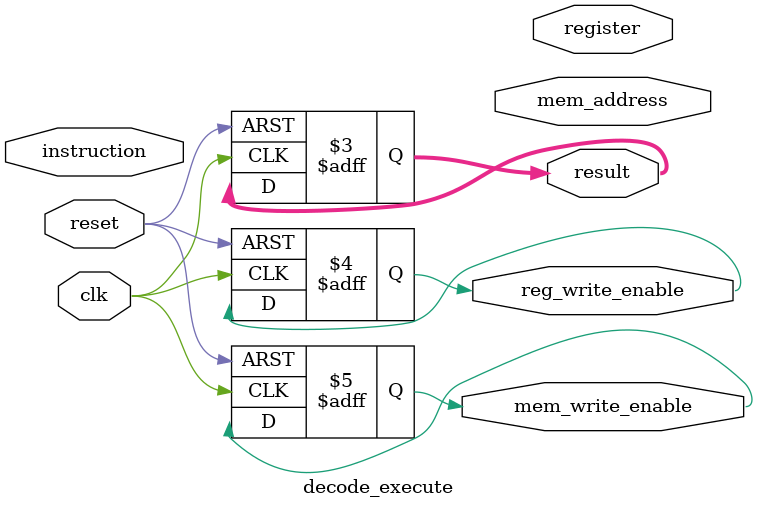
<source format=sv>
module decode_execute(
    input wire clk,             
    input wire reset,             
    input wire [31:0] instruction,
    output reg [31:0] result,  
    output reg reg_write_enable,
    output reg mem_write_enable, 
    output reg [4:0] register, 
    output reg [31:0] mem_address
  
);
  
  // STEP 1: Extract opcode and operands from instruction
  
  // Execute operation based on opcode
  // - use ALU module 
  // - use reg file? 
  
  //reg [31:0] register, memory_address;
  
always @(posedge clk or posedge reset) begin
    if (reset) begin
        result <= 32'h0;
        reg_write_enable <= 1'b0;
        mem_write_enable <= 1'b0;
    end else begin
      //ex: load word 
      if (instruction[31:29] == 3'b010 ) begin
        $display(" decoding instruction: lw");
        //set reg write enable to true,
        // set source and desitnation addresses for writeback 
        // write back always loads inot register ld
      end 
      //decode instructiosn and set operands and connect to ALU/reg file 
        
    end
end
  
  


endmodule
</source>
